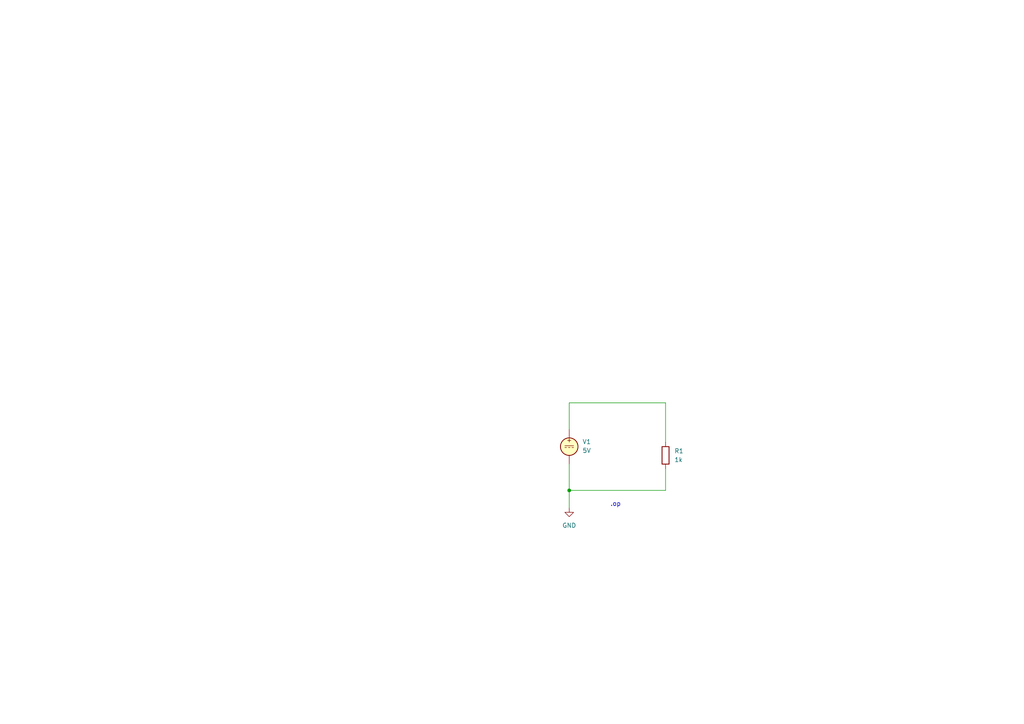
<source format=kicad_sch>
(kicad_sch (version 20250114) (generator "eeschema") (generator_version "9.0")
  (paper "A4")
  (lib_symbols
    (symbol "Device:R" (pin_numbers (hide yes)) (pin_names (offset 0))
      (property "Reference" "R" (at 2.032 0 90))
      (property "Value" "R" (at 0 0 90))
      (symbol "R_0_1"
        (rectangle (start -1.016 -2.54) (end 1.016 2.54) (stroke (width 0.254)))
      )
      (symbol "R_1_1"
        (pin passive line (at 0 3.81 270) (length 1.27) (name "~") (number "1"))
        (pin passive line (at 0 -3.81 90) (length 1.27) (name "~") (number "2"))
      )
    )
    (symbol "Simulation_SPICE:VDC" (pin_numbers (hide yes)) (pin_names (offset 0.0254))
      (property "Reference" "V" (at 2.54 2.54 0))
      (property "Value" "1" (at 2.54 0 0))
      (symbol "VDC_0_0"
        (polyline (pts (xy -1.27 0.254) (xy 1.27 0.254)))
        (polyline (pts (xy -0.762 -0.254) (xy -1.27 -0.254)))
        (polyline (pts (xy 0.254 -0.254) (xy -0.254 -0.254)))
        (polyline (pts (xy 1.27 -0.254) (xy 0.762 -0.254)))
        (text "+" (at 0 1.905 0) (effects (font (size 1.27 1.27))))
      )
      (symbol "VDC_0_1"
        (circle (center 0 0) (radius 2.54) (stroke (width 0.254)) (fill (type background)))
      )
      (symbol "VDC_1_1"
        (pin passive line (at 0 5.08 270) (length 2.54) (name "~") (number "1"))
        (pin passive line (at 0 -5.08 90) (length 2.54) (name "~") (number "2"))
      )
    )
    (symbol "power:GND" (power) (pin_numbers (hide yes)) (pin_names (offset 0) (hide yes))
      (property "Value" "GND" (at 0 -3.81 0))
      (symbol "GND_0_1"
        (polyline (pts (xy 0 0) (xy 0 -1.27) (xy 1.27 -1.27) (xy 0 -2.54) (xy -1.27 -1.27) (xy 0 -1.27)))
      )
      (symbol "GND_1_1"
        (pin power_in line (at 0 0 270) (length 0) (name "~") (number "1"))
      )
    )
  )
  (text ".op" (at 178.562 146.304 0) (effects (font (size 1.27 1.27))))
  (junction (at 165.1 142.24))
  (wire (pts (xy 165.1 116.84) (xy 193.04 116.84)))
  (wire (pts (xy 165.1 134.62) (xy 165.1 142.24)))
  (wire (pts (xy 165.1 116.84) (xy 165.1 124.46)))
  (wire (pts (xy 193.04 142.24) (xy 165.1 142.24)))
  (wire (pts (xy 193.04 116.84) (xy 193.04 128.27)))
  (wire (pts (xy 193.04 135.89) (xy 193.04 142.24)))
  (wire (pts (xy 165.1 142.24) (xy 165.1 147.32)))
  (symbol (lib_id "Device:R") (at 193.04 132.08 0) (unit 1)
    (property "Reference" "R1" (at 195.58 130.8099 0) (effects (justify left)))
    (property "Value" "1k" (at 195.58 133.3499 0) (effects (justify left)))
    (property "Footprint" "Resistor_THT:R_Axial_DIN0207_L6.3mm_D2.5mm_P10.16mm_Horizontal" (effects (hide yes)))
    (property "Description" "Resistor" (effects (hide yes)))
  )
  (symbol (lib_id "Simulation_SPICE:VDC") (at 165.1 129.54 0) (unit 1)
    (property "Reference" "V1" (at 168.91 128.1401 0) (effects (justify left)))
    (property "Value" "5V" (at 168.91 130.6801 0) (effects (justify left)))
    (property "Footprint" "Connector_PinHeader_2.54mm:PinHeader_1x02_P2.54mm_Horizontal" (effects (hide yes)))
    (property "Datasheet" "https://ngspice.sourceforge.io/docs/ngspice-html-manual/manual.xhtml#sec_Independent_Sources_for" (effects (hide yes)))
    (property "Description" "Voltage source, DC" (effects (hide yes)))
    (property "Sim.Pins" "1=+ 2=-" (effects (hide yes)))
    (property "Sim.Type" "DC" (effects (hide yes)))
    (property "Sim.Device" "V" (effects (hide yes)))
  )
  (symbol (lib_id "power:GND") (at 165.1 147.32 0) (unit 1)
    (property "Reference" "#PWR01" (effects (hide yes)))
    (property "Value" "GND" (at 165.1 152.4 0))
    (property "Description" "Power symbol creates a global label with name \"GND\" , ground" (effects (hide yes)))
  )
)
</source>
